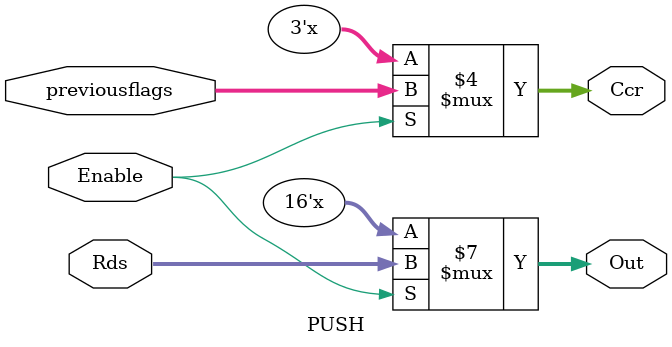
<source format=v>
module Ldm(input[15:0] ImmediateValue,input Enable,input [2:0]previousflags,output reg[15:0] Out,output reg [2:0] Ccr);
always@* begin
if(Enable == 1'b1) begin
Out = ImmediateValue;
Ccr = previousflags;
end else begin
Out = 16'bz;
Ccr = 3'bz;
end
end
endmodule
module Sw(input[15:0] ImmediateValue,input Enable,input [2:0]previousflags,output reg[15:0] Out,output reg [2:0] Ccr);
always@* begin
if(Enable == 1'b1) begin
Out = ImmediateValue;
Ccr = previousflags;
end else begin
Out = 16'bz;
Ccr = 3'bz;
end
end
endmodule
module LDD(input[15:0] Rs,input Enable,input [2:0]previousflags,output reg[15:0] Out,output reg [2:0] Ccr);
always@* begin
if(Enable == 1'b1) begin
Out = Rs;
Ccr = previousflags;
end 
else begin
Out = 16'bz;
Ccr = 3'bz;
end
end
endmodule
// module POP(input[15:0] Rds,input Enable,output reg[15:0] Out);
// always@* begin
// if(Enable == 1'b1) begin
// Out = Rds;
// end else begin
// Out = 16'bz;
// end
// end
// endmodule

module PUSH(input[15:0] Rds,input Enable,input [2:0]previousflags,output reg[15:0] Out,output reg [2:0] Ccr);
always@* begin
if(Enable == 1'b1) begin
Out = Rds;
Ccr = previousflags;
end else begin
Out = 16'bz;
Ccr = 3'bz;
end
end
endmodule
</source>
